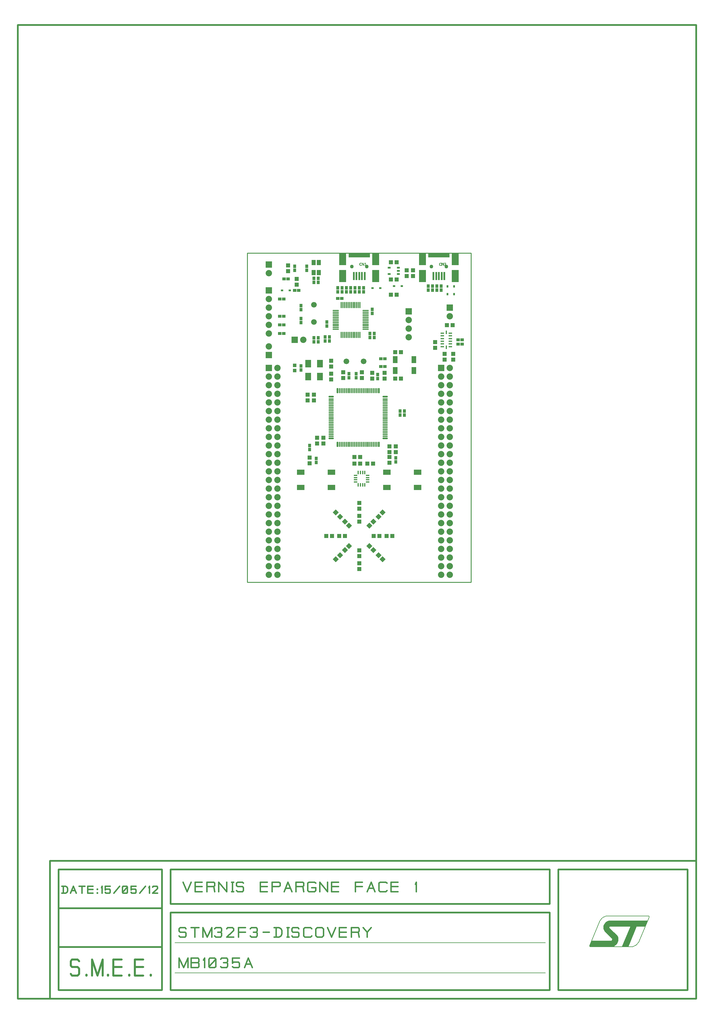
<source format=gbr>
G70*
%FSLAX55Y55*%
%ADD11C,0.01000*%
%ADD12C,0.00800*%
%ADD13C,0.02000*%
%ADD14R,0.05118X0.04724*%
%ADD15R,0.05512X0.08268*%
%ADD16R,0.03394X0.04094*%
%ADD17R,0.02756X0.02165*%
%ADD18O,0.07494X0.01406*%
%ADD19O,0.07494X0.01394*%
%ADD20O,0.01406X0.07494*%
%ADD21O,0.01394X0.07494*%
%ADD22R,0.07394X0.07394*%
%ADD23C,0.07394*%
%ADD24R,0.04724X0.05118*%
%ADD25R,0.04094X0.03394*%
%ADD26C,0.06594*%
%ADD27R,0.07394X0.07394*%
%ADD28R,0.06693X0.09055*%
%ADD29O,0.04134X0.01575*%
%ADD30O,0.01575X0.04134*%
%ADD31O,0.01994X0.06394*%
%ADD32O,0.01194X0.06394*%
%ADD33O,0.06394X0.01994*%
%ADD34O,0.06394X0.01194*%
%ADD35R,0.03394X0.01994*%
%ADD36R,0.02394X0.09449*%
%ADD37R,0.08268X0.14173*%
%ADD38R,0.24803X0.05118*%
%ADD39C,0.04331*%
%ADD40C,0.00197*%
%ADD41R,0.02165X0.02756*%
%ADD42R,0.08898X0.06378*%
%AMUSER43*
21, 1, 0.05118, 0.04724, 0.0, 0.0, 225.000*%
%ADD43USER43*%
%AMUSER44*
21, 1, 0.05118, 0.04724, 0.0, 0.0, 135.000*%
%ADD44USER44*%
%ADD45R,0.04394X0.03894*%
%ADD46R,0.04724X0.06299*%
%ADD47C,0.01500*%
%ADD48C,0.02480*%
%ADD49C,0.01575*%
D11*
X285882Y503057D02*
X545725Y503057D01*
X545725Y884947*
X285882Y884947*
X285882Y503057*
D12*
G36*
X685804Y86797D02*
X708758Y86807D01*
X709804Y88897*
X700804Y97897*
X699604Y100597*
X699604Y103897*
X699904Y105097*
X701104Y107197*
X702304Y108397*
X703804Y109297*
X705604Y109897*
X707704Y110197*
X750304Y110197*
X747904Y103897*
X747604Y103597*
X737704Y103597*
X728104Y80797*
X721204Y80797*
X730504Y102697*
X730504Y103597*
X706804Y103597*
X706204Y103297*
X705904Y102697*
X705904Y101797*
X706204Y101497*
X714904Y93097*
X715804Y91597*
X716104Y90097*
X716404Y89797*
X716404Y87097*
G75*
G02X711604Y80797I-08949J01839*
G01X683404Y80797*
X683404Y81397*
X685504Y86497*
X685804Y86797*
G37*
X708758Y86807*
X709804Y88897*
X700804Y97897*
X699604Y100597*
X699604Y103897*
X699904Y105097*
X701104Y107197*
X702304Y108397*
X703804Y109297*
X705604Y109897*
X707704Y110197*
X750304Y110197*
X747904Y103897*
X747604Y103597*
X737704Y103597*
X728104Y80797*
X721204Y80797*
X730504Y102697*
X730504Y103597*
X706804Y103597*
X706204Y103297*
X705904Y102697*
X705904Y101797*
X706204Y101497*
X714904Y93097*
X715804Y91597*
X716104Y90097*
X716404Y89797*
X716404Y87097*
G75*
G02X711604Y80797I-08949J01839*
G01X683404Y80797*
X683404Y81397*
X685504Y86497*
X685804Y86797*
X202051Y49689D02*
X632051Y49689D01*
D13*
X197051Y129689D02*
X637051Y129689D01*
X67050Y29689D02*
X187051Y29689D01*
D12*
X202051Y84689D02*
X632051Y84689D01*
D13*
X197051Y119689D02*
X637051Y119689D01*
D12*
X684004Y80197D02*
X683404Y80797D01*
X683404Y81397*
X695404Y110497*
G75*
G02X702004Y115597I08543J-04235*
G01X751804Y115597*
X752104Y115297*
X752104Y114097*
X740104Y85297*
G75*
G02X733504Y80197I-08825J04600*
G01X684004Y80197*
D13*
X637051Y129689D02*
X637051Y169689D01*
X57051Y179689D02*
X807051Y179689D01*
X67050Y124689D02*
X187051Y124689D01*
X67050Y169689D02*
X187051Y169689D01*
X197051Y169689D02*
X637051Y169689D01*
X197051Y29689D02*
X197051Y119689D01*
X197051Y129689D02*
X197051Y169689D01*
X67050Y29689D02*
X67050Y169689D01*
X637051Y29689D02*
X637051Y119689D01*
X647051Y169689D02*
X797051Y169689D01*
X647051Y29689D02*
X797051Y29689D01*
X19649Y19689D02*
X19649Y1149611D01*
X19649Y19689D02*
X807051Y19689D01*
X57051Y19689D02*
X57051Y179689D01*
X187051Y29689D02*
X187051Y169689D01*
X647051Y29689D02*
X647051Y169689D01*
X797051Y29689D02*
X797051Y169689D01*
X67050Y79689D02*
X187051Y79689D01*
X807051Y19689D02*
X807051Y1149611D01*
X197051Y29689D02*
X637051Y29689D01*
X19649Y1149611D02*
X807051Y1149611D01*
D14*
X514804Y761451D03*
X514804Y768144D03*
D15*
X457477Y748648D03*
X479130Y748648D03*
X479130Y761246D03*
X457477Y761246D03*
D16*
X395804Y844809D03*
X395804Y840085D03*
X348304Y809159D03*
X348304Y804435D03*
D14*
X524804Y761451D03*
X524804Y768144D03*
D17*
X326304Y841797D03*
X335304Y841797D03*
D18*
X388481Y818274D03*
D19*
X388481Y816305D03*
X388481Y814337D03*
X388481Y812368D03*
X388481Y810400D03*
X388481Y808431D03*
X388481Y806463D03*
X388481Y804494D03*
X388481Y802526D03*
X388481Y800557D03*
X388481Y798589D03*
D18*
X388481Y796620D03*
D20*
X394977Y790124D03*
D21*
X396945Y790124D03*
X398914Y790124D03*
X400882Y790124D03*
X402851Y790124D03*
X404819Y790124D03*
X406788Y790124D03*
X408756Y790124D03*
X410725Y790124D03*
X412693Y790124D03*
X414662Y790124D03*
D20*
X416630Y790124D03*
D18*
X423126Y796620D03*
D19*
X423126Y798589D03*
X423126Y800557D03*
X423126Y802526D03*
X423126Y804494D03*
X423126Y806463D03*
X423126Y808431D03*
X423126Y810400D03*
X423126Y812368D03*
X423126Y814337D03*
X423126Y816305D03*
D18*
X423127Y818274D03*
D20*
X416630Y824770D03*
D21*
X414662Y824770D03*
X412693Y824770D03*
X410725Y824770D03*
X408756Y824770D03*
X406788Y824770D03*
X404819Y824770D03*
X402851Y824770D03*
X400882Y824770D03*
X398914Y824770D03*
X396945Y824770D03*
D20*
X394977Y824770D03*
D22*
X310804Y841797D03*
D23*
X310804Y831797D03*
X310804Y821797D03*
X310804Y811797D03*
X310804Y801797D03*
X310804Y791797D03*
D14*
X445304Y746144D03*
X445304Y739451D03*
X503804Y774951D03*
X503804Y781644D03*
D16*
X365804Y646659D03*
X365804Y641935D03*
D14*
X355804Y720794D03*
X355804Y714101D03*
D16*
X348304Y819435D03*
X348304Y824159D03*
D24*
X416891Y640733D03*
X410198Y640733D03*
D25*
X395666Y832447D03*
X390941Y832447D03*
D14*
X358304Y640951D03*
X358304Y647644D03*
D26*
X363323Y804911D03*
X363323Y824911D03*
D25*
X323441Y801797D03*
X328166Y801797D03*
D22*
X310804Y871797D03*
D23*
X310804Y861797D03*
D16*
X420804Y844809D03*
X420804Y840085D03*
X390804Y844809D03*
X390804Y840085D03*
D24*
X416891Y648233D03*
X410198Y648233D03*
D16*
X415804Y844809D03*
X415804Y840085D03*
D25*
X323441Y811797D03*
X328166Y811797D03*
X535166Y779297D03*
X530441Y779297D03*
D16*
X430804Y819809D03*
X430804Y815085D03*
X458304Y642585D03*
X458304Y647309D03*
D27*
X340804Y784297D03*
D23*
X350804Y784297D03*
D24*
X457457Y769947D03*
X464150Y769947D03*
D25*
X323441Y831797D03*
X328166Y831797D03*
D14*
X430804Y739451D03*
X430804Y746144D03*
D28*
X370193Y756797D03*
X356414Y756797D03*
D16*
X405804Y844809D03*
X405804Y840085D03*
X410804Y844809D03*
X410804Y840085D03*
D25*
X440941Y762447D03*
X445666Y762447D03*
D16*
X400804Y844809D03*
X400804Y840085D03*
D25*
X323441Y791797D03*
X328166Y791797D03*
D14*
X450804Y660794D03*
X450804Y654101D03*
X333304Y864101D03*
X333304Y870794D03*
D25*
X328441Y854947D03*
X333166Y854947D03*
D16*
X348304Y754159D03*
X348304Y749435D03*
X358304Y656935D03*
X358304Y661659D03*
D14*
X363304Y720644D03*
X363304Y713951D03*
D29*
X521528Y776423D03*
X521528Y779573D03*
X521528Y782722D03*
X521528Y785872D03*
X521528Y789022D03*
X521528Y792171D03*
D30*
X516804Y792959D03*
D29*
X512079Y792171D03*
X512079Y789022D03*
X512079Y785872D03*
X512079Y782722D03*
X512079Y779573D03*
X512079Y776423D03*
D30*
X516804Y775636D03*
D25*
X340941Y841797D03*
X345666Y841797D03*
D14*
X450804Y648294D03*
X450804Y641601D03*
D22*
X310804Y751797D03*
D23*
X320804Y751797D03*
X310804Y741797D03*
X320804Y741797D03*
X310804Y731797D03*
X320804Y731797D03*
X310804Y721797D03*
X320804Y721797D03*
X310804Y711797D03*
X320804Y711797D03*
X310804Y701797D03*
X320804Y701797D03*
X310804Y691797D03*
X320804Y691797D03*
X310804Y681797D03*
X320804Y681797D03*
X310804Y671797D03*
X320804Y671797D03*
X310804Y661797D03*
X320804Y661797D03*
X310804Y651797D03*
X320804Y651797D03*
X310804Y641797D03*
X320804Y641797D03*
X310804Y631797D03*
X320804Y631797D03*
X310804Y621797D03*
X320804Y621797D03*
X310804Y611797D03*
X320804Y611797D03*
X310804Y601797D03*
X320804Y601797D03*
X310804Y591797D03*
X320804Y591797D03*
X310804Y581797D03*
X320804Y581797D03*
X310804Y571797D03*
X320804Y571797D03*
X310804Y561797D03*
X320804Y561797D03*
X310804Y551797D03*
X320804Y551797D03*
X310804Y541797D03*
X320804Y541797D03*
X310804Y531797D03*
X320804Y531797D03*
X310804Y521797D03*
X320804Y521797D03*
X310804Y511797D03*
X320804Y511797D03*
D14*
X383304Y760144D03*
X383304Y753451D03*
D22*
X473304Y817447D03*
D23*
X473304Y807447D03*
X473304Y797447D03*
X473304Y787447D03*
D22*
X310804Y766797D03*
D23*
X310804Y776797D03*
D24*
X517457Y801297D03*
X524150Y801297D03*
D14*
X383304Y745144D03*
X383304Y738451D03*
D29*
X411458Y627071D03*
X411458Y624512D03*
X411458Y621953D03*
X411458Y619394D03*
D30*
X414706Y616146D03*
X417265Y616146D03*
X419824Y616146D03*
X422383Y616146D03*
D29*
X425631Y619394D03*
X425631Y621953D03*
X425631Y624512D03*
X425631Y627071D03*
D30*
X422383Y630319D03*
X419824Y630319D03*
X417265Y630319D03*
X414706Y630319D03*
D16*
X340815Y865085D03*
X340815Y869809D03*
D22*
X510804Y751797D03*
D23*
X520804Y751797D03*
X510804Y741797D03*
X520804Y741797D03*
X510804Y731797D03*
X520804Y731797D03*
X510804Y721797D03*
X520804Y721797D03*
X510804Y711797D03*
X520804Y711797D03*
X510804Y701797D03*
X520804Y701797D03*
X510804Y691797D03*
X520804Y691797D03*
X510804Y681797D03*
X520804Y681797D03*
X510804Y671797D03*
X520804Y671797D03*
X510804Y661797D03*
X520804Y661797D03*
X510804Y651797D03*
X520804Y651797D03*
X510804Y641797D03*
X520804Y641797D03*
X510804Y631797D03*
X520804Y631797D03*
X510804Y621797D03*
X520804Y621797D03*
X510804Y611797D03*
X520804Y611797D03*
X510804Y601797D03*
X520804Y601797D03*
X510804Y591797D03*
X520804Y591797D03*
X510804Y581797D03*
X520804Y581797D03*
X510804Y571797D03*
X520804Y571797D03*
X510804Y561797D03*
X520804Y561797D03*
X510804Y551797D03*
X520804Y551797D03*
X510804Y541797D03*
X520804Y541797D03*
X510804Y531797D03*
X520804Y531797D03*
X510804Y521797D03*
X520804Y521797D03*
X510804Y511797D03*
X520804Y511797D03*
D31*
X438595Y725507D03*
D32*
X436233Y725507D03*
X434264Y725507D03*
X432296Y725507D03*
X430327Y725507D03*
X428359Y725507D03*
X426390Y725507D03*
X424421Y725507D03*
X422453Y725507D03*
X420484Y725507D03*
X418516Y725507D03*
X416547Y725507D03*
X414579Y725507D03*
X412610Y725507D03*
X410642Y725507D03*
X408673Y725507D03*
X406705Y725507D03*
X404736Y725507D03*
X402768Y725507D03*
X400799Y725507D03*
X398831Y725507D03*
X396862Y725507D03*
X394894Y725507D03*
X392925Y725507D03*
D31*
X390563Y725507D03*
D33*
X383280Y718223D03*
D34*
X383280Y715861D03*
X383280Y713893D03*
X383280Y711924D03*
X383280Y709956D03*
X383280Y707987D03*
X383280Y706019D03*
X383280Y704050D03*
X383280Y702081D03*
X383280Y700113D03*
X383280Y698144D03*
X383280Y696176D03*
X383280Y694207D03*
X383280Y692239D03*
X383280Y690270D03*
X383280Y688302D03*
X383280Y686333D03*
X383280Y684365D03*
X383280Y682396D03*
X383280Y680428D03*
X383280Y678459D03*
X383280Y676491D03*
X383280Y674522D03*
X383280Y672554D03*
D33*
X383280Y670192D03*
D31*
X390563Y662908D03*
D32*
X392925Y662908D03*
X394894Y662908D03*
X396862Y662908D03*
X398831Y662908D03*
X400799Y662908D03*
X402768Y662908D03*
X404736Y662908D03*
X406705Y662908D03*
X408673Y662908D03*
X410642Y662908D03*
X412610Y662908D03*
X414579Y662908D03*
X416547Y662908D03*
X418516Y662908D03*
X420484Y662908D03*
X422453Y662908D03*
X424421Y662908D03*
X426390Y662908D03*
X428359Y662908D03*
X430327Y662908D03*
X432296Y662908D03*
X434264Y662908D03*
X436233Y662908D03*
D31*
X438595Y662908D03*
D33*
X445878Y670192D03*
D34*
X445878Y672554D03*
X445878Y674522D03*
X445878Y676491D03*
X445878Y678459D03*
X445878Y680428D03*
X445878Y682396D03*
X445878Y684365D03*
X445878Y686333D03*
X445878Y688302D03*
X445878Y690270D03*
X445878Y692239D03*
X445878Y694207D03*
X445878Y696176D03*
X445878Y698144D03*
X445878Y700113D03*
X445878Y702081D03*
X445878Y704050D03*
X445878Y706019D03*
X445878Y707987D03*
X445878Y709956D03*
X445878Y711924D03*
X445878Y713893D03*
X445878Y715861D03*
D33*
X445878Y718223D03*
D22*
X520804Y821797D03*
D23*
X520804Y811797D03*
D24*
X452422Y836785D03*
X459115Y836785D03*
D35*
X461083Y860561D03*
X461083Y864301D03*
X461083Y868041D03*
X450453Y868041D03*
X450453Y860561D03*
D24*
X459115Y854285D03*
X452422Y854285D03*
D14*
X478304Y865144D03*
X478304Y858451D03*
D24*
X459115Y874317D03*
X452422Y874317D03*
D14*
X470792Y865144D03*
X470792Y858451D03*
D17*
X456276Y846774D03*
X465276Y846774D03*
D16*
X495804Y846659D03*
X495804Y841935D03*
X500804Y846659D03*
X500804Y841935D03*
X510804Y846659D03*
X510804Y841935D03*
X505804Y846659D03*
X505804Y841935D03*
D36*
X422092Y858470D03*
X418942Y858470D03*
X415792Y858470D03*
X412642Y858470D03*
X409492Y858470D03*
D37*
X396699Y858274D03*
X396699Y877959D03*
X434888Y858274D03*
X434888Y877959D03*
D38*
X415804Y882486D03*
D39*
X424442Y869297D03*
X407142Y869297D03*
D40*
G36*
X418344Y871092D02*
X418343Y871056D01*
X418341Y871024*
X418333Y870973*
X418317Y870934*
X418282Y870892*
X418245Y870860*
X418180Y870815*
X418152Y870798*
X418123Y870781*
X418092Y870764*
X418058Y870747*
X418022Y870731*
X417985Y870714*
X417955Y870702*
X417924Y870691*
X417893Y870680*
X417860Y870669*
X417826Y870659*
X417791Y870649*
X417755Y870640*
X417718Y870631*
X417687Y870625*
X417656Y870619*
X417625Y870614*
X417593Y870609*
X417560Y870606*
X417527Y870603*
X417493Y870600*
X417459Y870599*
X417424Y870598*
X417388Y870597*
X417360Y870597*
X417333Y870598*
X417305Y870599*
X417278Y870601*
X417251Y870602*
X417225Y870605*
X417198Y870608*
X417172Y870611*
X417146Y870614*
X417120Y870619*
X417095Y870623*
X417070Y870628*
X417045Y870633*
X417020Y870639*
X416995Y870645*
X416971Y870652*
X416947Y870659*
X416924Y870666*
X416900Y870674*
X416877Y870683*
X416854Y870691*
X416831Y870700*
X416805Y870712*
X416780Y870723*
X416754Y870736*
X416730Y870748*
X416705Y870762*
X416681Y870775*
X416658Y870790*
X416635Y870805*
X416612Y870820*
X416590Y870836*
X416568Y870853*
X416546Y870870*
X416525Y870888*
X416505Y870906*
X416484Y870925*
X416464Y870944*
X416445Y870964*
X416426Y870984*
X416407Y871005*
X416389Y871027*
X416371Y871049*
X416354Y871071*
X416337Y871094*
X416321Y871118*
X416305Y871142*
X416289Y871167*
X416274Y871192*
X416260Y871217*
X416246Y871244*
X416232Y871270*
X416219Y871298*
X416206Y871325*
X416193Y871354*
X416181Y871383*
X416170Y871412*
X416159Y871442*
X416148Y871472*
X416138Y871503*
X416129Y871531*
X416121Y871560*
X416113Y871590*
X416106Y871619*
X416098Y871649*
X416092Y871680*
X416086Y871711*
X416080Y871742*
X416074Y871773*
X416070Y871806*
X416065Y871838*
X416061Y871871*
X416057Y871904*
X416054Y871938*
X416051Y871972*
X416049Y872007*
X416047Y872041*
X416046Y872077*
X416045Y872113*
X416044Y872149*
X416044Y872177*
X416044Y872206*
X416045Y872234*
X416046Y872262*
X416047Y872289*
X416048Y872317*
X416049Y872344*
X416051Y872371*
X416053Y872397*
X416055Y872423*
X416057Y872449*
X416060Y872475*
X416063Y872501*
X416066Y872526*
X416069Y872551*
X416072Y872575*
X416076Y872599*
X416080Y872624*
X416084Y872647*
X416089Y872671*
X416093Y872694*
X416098Y872717*
X416103Y872740*
X416108Y872762*
X416114Y872784*
X416120Y872806*
X416126Y872828*
X416132Y872849*
X416138Y872870*
X416145Y872891*
X416154Y872918*
X416163Y872944*
X416173Y872970*
X416183Y872996*
X416193Y873021*
X416203Y873046*
X416214Y873071*
X416225Y873095*
X416237Y873119*
X416248Y873142*
X416260Y873166*
X416273Y873188*
X416286Y873211*
X416298Y873233*
X416312Y873255*
X416325Y873276*
X416339Y873297*
X416354Y873318*
X416368Y873338*
X416383Y873358*
X416398Y873378*
X416413Y873397*
X416429Y873416*
X416448Y873437*
X416467Y873458*
X416486Y873478*
X416505Y873498*
X416525Y873517*
X416546Y873536*
X416566Y873554*
X416587Y873572*
X416609Y873589*
X416630Y873605*
X416652Y873622*
X416675Y873637*
X416698Y873652*
X416721Y873667*
X416744Y873681*
X416768Y873695*
X416793Y873708*
X416817Y873720*
X416842Y873732*
X416868Y873744*
X416893Y873754*
X416919Y873764*
X416945Y873774*
X416971Y873783*
X416997Y873791*
X417024Y873799*
X417050Y873807*
X417077Y873814*
X417103Y873820*
X417130Y873826*
X417157Y873831*
X417184Y873836*
X417211Y873841*
X417238Y873845*
X417266Y873848*
X417293Y873851*
X417321Y873853*
X417349Y873855*
X417377Y873856*
X417405Y873857*
X417433Y873857*
X417463Y873857*
X417493Y873856*
X417523Y873854*
X417553Y873852*
X417582Y873850*
X417612Y873846*
X417641Y873843*
X417670Y873838*
X417701Y873832*
X417731Y873826*
X417760Y873820*
X417789Y873814*
X417816Y873807*
X417842Y873800*
X417868Y873794*
X417892Y873787*
X417915Y873780*
X417938Y873772*
X417969Y873762*
X417999Y873750*
X418028Y873739*
X418055Y873727*
X418082Y873714*
X418108Y873701*
X418133Y873687*
X418160Y873672*
X418184Y873657*
X418206Y873643*
X418224Y873631*
X418239Y873619*
X418252Y873608*
X418271Y873589*
X418285Y873573*
X418294Y873560*
X418310Y873519*
X418320Y873463*
X418323Y873428*
X418324Y873386*
X418323Y873354*
X418321Y873326*
X418319Y873302*
X418313Y873270*
X418304Y873243*
X418281Y873208*
X418247Y873197*
X418206Y873209*
X418151Y873244*
X418118Y873268*
X418081Y873293*
X418039Y873320*
X417993Y873347*
X417959Y873366*
X417923Y873384*
X417885Y873401*
X417845Y873418*
X417802Y873434*
X417757Y873450*
X417721Y873461*
X417684Y873471*
X417645Y873479*
X417604Y873485*
X417561Y873491*
X417517Y873494*
X417471Y873496*
X417423Y873497*
X417385Y873496*
X417348Y873494*
X417311Y873491*
X417275Y873486*
X417239Y873480*
X417204Y873472*
X417169Y873463*
X417136Y873452*
X417103Y873440*
X417070Y873427*
X417037Y873410*
X417004Y873392*
X416973Y873373*
X416942Y873353*
X416913Y873333*
X416885Y873311*
X416859Y873289*
X416833Y873265*
X416809Y873241*
X416785Y873216*
X416763Y873189*
X416742Y873162*
X416720Y873132*
X416699Y873100*
X416679Y873067*
X416660Y873033*
X416642Y872997*
X416624Y872961*
X416608Y872923*
X416592Y872884*
X416578Y872844*
X416564Y872803*
X416554Y872768*
X416545Y872732*
X416537Y872697*
X416529Y872661*
X416522Y872625*
X416515Y872589*
X416509Y872553*
X416504Y872516*
X416499Y872480*
X416495Y872443*
X416491Y872406*
X416489Y872369*
X416486Y872331*
X416485Y872293*
X416484Y872256*
X416484Y872217*
X416484Y872182*
X416485Y872147*
X416486Y872113*
X416487Y872079*
X416489Y872045*
X416492Y872012*
X416495Y871980*
X416498Y871948*
X416502Y871917*
X416506Y871886*
X416511Y871855*
X416516Y871825*
X416522Y871795*
X416528Y871766*
X416535Y871738*
X416542Y871710*
X416549Y871682*
X416559Y871647*
X416571Y871612*
X416582Y871579*
X416595Y871546*
X416608Y871515*
X416622Y871484*
X416636Y871454*
X416651Y871425*
X416667Y871397*
X416683Y871370*
X416700Y871343*
X416718Y871318*
X416737Y871293*
X416762Y871263*
X416788Y871234*
X416815Y871206*
X416843Y871181*
X416873Y871156*
X416903Y871133*
X416935Y871112*
X416968Y871092*
X417002Y871074*
X417037Y871057*
X417073Y871042*
X417110Y871028*
X417148Y871016*
X417187Y871006*
X417227Y870997*
X417267Y870990*
X417309Y870984*
X417352Y870980*
X417395Y870978*
X417440Y870977*
X417477Y870978*
X417514Y870979*
X417549Y870981*
X417584Y870985*
X417618Y870989*
X417651Y870994*
X417682Y871000*
X417713Y871007*
X417743Y871015*
X417772Y871024*
X417807Y871035*
X417840Y871047*
X417873Y871060*
X417903Y871073*
X417933Y871086*
X417961Y871099*
X417988Y871113*
X418014Y871127*
X418042Y871143*
X418068Y871159*
X418093Y871174*
X418117Y871189*
X418139Y871203*
X418159Y871217*
X418178Y871231*
X418199Y871245*
X418218Y871257*
X418236Y871266*
X418252Y871272*
X418266Y871276*
X418279Y871277*
X418309Y871270*
X418329Y871242*
X418340Y871185*
X418343Y871143*
X418344Y871092*
G37*
X418343Y871056*
X418341Y871024*
X418333Y870973*
X418317Y870934*
X418282Y870892*
X418245Y870860*
X418180Y870815*
X418152Y870798*
X418123Y870781*
X418092Y870764*
X418058Y870747*
X418022Y870731*
X417985Y870714*
X417955Y870702*
X417924Y870691*
X417893Y870680*
X417860Y870669*
X417826Y870659*
X417791Y870649*
X417755Y870640*
X417718Y870631*
X417687Y870625*
X417656Y870619*
X417625Y870614*
X417593Y870609*
X417560Y870606*
X417527Y870603*
X417493Y870600*
X417459Y870599*
X417424Y870598*
X417388Y870597*
X417360Y870597*
X417333Y870598*
X417305Y870599*
X417278Y870601*
X417251Y870602*
X417225Y870605*
X417198Y870608*
X417172Y870611*
X417146Y870614*
X417120Y870619*
X417095Y870623*
X417070Y870628*
X417045Y870633*
X417020Y870639*
X416995Y870645*
X416971Y870652*
X416947Y870659*
X416924Y870666*
X416900Y870674*
X416877Y870683*
X416854Y870691*
X416831Y870700*
X416805Y870712*
X416780Y870723*
X416754Y870736*
X416730Y870748*
X416705Y870762*
X416681Y870775*
X416658Y870790*
X416635Y870805*
X416612Y870820*
X416590Y870836*
X416568Y870853*
X416546Y870870*
X416525Y870888*
X416505Y870906*
X416484Y870925*
X416464Y870944*
X416445Y870964*
X416426Y870984*
X416407Y871005*
X416389Y871027*
X416371Y871049*
X416354Y871071*
X416337Y871094*
X416321Y871118*
X416305Y871142*
X416289Y871167*
X416274Y871192*
X416260Y871217*
X416246Y871244*
X416232Y871270*
X416219Y871298*
X416206Y871325*
X416193Y871354*
X416181Y871383*
X416170Y871412*
X416159Y871442*
X416148Y871472*
X416138Y871503*
X416129Y871531*
X416121Y871560*
X416113Y871590*
X416106Y871619*
X416098Y871649*
X416092Y871680*
X416086Y871711*
X416080Y871742*
X416074Y871773*
X416070Y871806*
X416065Y871838*
X416061Y871871*
X416057Y871904*
X416054Y871938*
X416051Y871972*
X416049Y872007*
X416047Y872041*
X416046Y872077*
X416045Y872113*
X416044Y872149*
X416044Y872177*
X416044Y872206*
X416045Y872234*
X416046Y872262*
X416047Y872289*
X416048Y872317*
X416049Y872344*
X416051Y872371*
X416053Y872397*
X416055Y872423*
X416057Y872449*
X416060Y872475*
X416063Y872501*
X416066Y872526*
X416069Y872551*
X416072Y872575*
X416076Y872599*
X416080Y872624*
X416084Y872647*
X416089Y872671*
X416093Y872694*
X416098Y872717*
X416103Y872740*
X416108Y872762*
X416114Y872784*
X416120Y872806*
X416126Y872828*
X416132Y872849*
X416138Y872870*
X416145Y872891*
X416154Y872918*
X416163Y872944*
X416173Y872970*
X416183Y872996*
X416193Y873021*
X416203Y873046*
X416214Y873071*
X416225Y873095*
X416237Y873119*
X416248Y873142*
X416260Y873166*
X416273Y873188*
X416286Y873211*
X416298Y873233*
X416312Y873255*
X416325Y873276*
X416339Y873297*
X416354Y873318*
X416368Y873338*
X416383Y873358*
X416398Y873378*
X416413Y873397*
X416429Y873416*
X416448Y873437*
X416467Y873458*
X416486Y873478*
X416505Y873498*
X416525Y873517*
X416546Y873536*
X416566Y873554*
X416587Y873572*
X416609Y873589*
X416630Y873605*
X416652Y873622*
X416675Y873637*
X416698Y873652*
X416721Y873667*
X416744Y873681*
X416768Y873695*
X416793Y873708*
X416817Y873720*
X416842Y873732*
X416868Y873744*
X416893Y873754*
X416919Y873764*
X416945Y873774*
X416971Y873783*
X416997Y873791*
X417024Y873799*
X417050Y873807*
X417077Y873814*
X417103Y873820*
X417130Y873826*
X417157Y873831*
X417184Y873836*
X417211Y873841*
X417238Y873845*
X417266Y873848*
X417293Y873851*
X417321Y873853*
X417349Y873855*
X417377Y873856*
X417405Y873857*
X417433Y873857*
X417463Y873857*
X417493Y873856*
X417523Y873854*
X417553Y873852*
X417582Y873850*
X417612Y873846*
X417641Y873843*
X417670Y873838*
X417701Y873832*
X417731Y873826*
X417760Y873820*
X417789Y873814*
X417816Y873807*
X417842Y873800*
X417868Y873794*
X417892Y873787*
X417915Y873780*
X417938Y873772*
X417969Y873762*
X417999Y873750*
X418028Y873739*
X418055Y873727*
X418082Y873714*
X418108Y873701*
X418133Y873687*
X418160Y873672*
X418184Y873657*
X418206Y873643*
X418224Y873631*
X418239Y873619*
X418252Y873608*
X418271Y873589*
X418285Y873573*
X418294Y873560*
X418310Y873519*
X418320Y873463*
X418323Y873428*
X418324Y873386*
X418323Y873354*
X418321Y873326*
X418319Y873302*
X418313Y873270*
X418304Y873243*
X418281Y873208*
X418247Y873197*
X418206Y873209*
X418151Y873244*
X418118Y873268*
X418081Y873293*
X418039Y873320*
X417993Y873347*
X417959Y873366*
X417923Y873384*
X417885Y873401*
X417845Y873418*
X417802Y873434*
X417757Y873450*
X417721Y873461*
X417684Y873471*
X417645Y873479*
X417604Y873485*
X417561Y873491*
X417517Y873494*
X417471Y873496*
X417423Y873497*
X417385Y873496*
X417348Y873494*
X417311Y873491*
X417275Y873486*
X417239Y873480*
X417204Y873472*
X417169Y873463*
X417136Y873452*
X417103Y873440*
X417070Y873427*
X417037Y873410*
X417004Y873392*
X416973Y873373*
X416942Y873353*
X416913Y873333*
X416885Y873311*
X416859Y873289*
X416833Y873265*
X416809Y873241*
X416785Y873216*
X416763Y873189*
X416742Y873162*
X416720Y873132*
X416699Y873100*
X416679Y873067*
X416660Y873033*
X416642Y872997*
X416624Y872961*
X416608Y872923*
X416592Y872884*
X416578Y872844*
X416564Y872803*
X416554Y872768*
X416545Y872732*
X416537Y872697*
X416529Y872661*
X416522Y872625*
X416515Y872589*
X416509Y872553*
X416504Y872516*
X416499Y872480*
X416495Y872443*
X416491Y872406*
X416489Y872369*
X416486Y872331*
X416485Y872293*
X416484Y872256*
X416484Y872217*
X416484Y872182*
X416485Y872147*
X416486Y872113*
X416487Y872079*
X416489Y872045*
X416492Y872012*
X416495Y871980*
X416498Y871948*
X416502Y871917*
X416506Y871886*
X416511Y871855*
X416516Y871825*
X416522Y871795*
X416528Y871766*
X416535Y871738*
X416542Y871710*
X416549Y871682*
X416559Y871647*
X416571Y871612*
X416582Y871579*
X416595Y871546*
X416608Y871515*
X416622Y871484*
X416636Y871454*
X416651Y871425*
X416667Y871397*
X416683Y871370*
X416700Y871343*
X416718Y871318*
X416737Y871293*
X416762Y871263*
X416788Y871234*
X416815Y871206*
X416843Y871181*
X416873Y871156*
X416903Y871133*
X416935Y871112*
X416968Y871092*
X417002Y871074*
X417037Y871057*
X417073Y871042*
X417110Y871028*
X417148Y871016*
X417187Y871006*
X417227Y870997*
X417267Y870990*
X417309Y870984*
X417352Y870980*
X417395Y870978*
X417440Y870977*
X417477Y870978*
X417514Y870979*
X417549Y870981*
X417584Y870985*
X417618Y870989*
X417651Y870994*
X417682Y871000*
X417713Y871007*
X417743Y871015*
X417772Y871024*
X417807Y871035*
X417840Y871047*
X417873Y871060*
X417903Y871073*
X417933Y871086*
X417961Y871099*
X417988Y871113*
X418014Y871127*
X418042Y871143*
X418068Y871159*
X418093Y871174*
X418117Y871189*
X418139Y871203*
X418159Y871217*
X418178Y871231*
X418199Y871245*
X418218Y871257*
X418236Y871266*
X418252Y871272*
X418266Y871276*
X418279Y871277*
X418309Y871270*
X418329Y871242*
X418340Y871185*
X418343Y871143*
X418344Y871092*
G36*
X421304Y870818D02*
X421302Y870787D01*
X421296Y870760*
X421287Y870735*
X421268Y870704*
X421244Y870679*
X421216Y870660*
X421185Y870647*
X421152Y870640*
X421119Y870637*
X420980Y870637*
X420948Y870638*
X420918Y870640*
X420890Y870644*
X420865Y870650*
X420832Y870661*
X420801Y870676*
X420771Y870696*
X420742Y870721*
X420712Y870752*
X420683Y870788*
X420660Y870820*
X420637Y870856*
X420613Y870897*
X420589Y870942*
X419620Y872754*
X419605Y872782*
X419590Y872811*
X419575Y872839*
X419559Y872868*
X419544Y872898*
X419529Y872927*
X419513Y872957*
X419498Y872987*
X419483Y873017*
X419467Y873048*
X419453Y873076*
X419440Y873104*
X419426Y873131*
X419413Y873159*
X419399Y873186*
X419386Y873213*
X419373Y873240*
X419361Y873267*
X419348Y873294*
X419336Y873321*
X419319Y873347*
X419320Y873315*
X419320Y873282*
X419321Y873250*
X419322Y873217*
X419322Y873185*
X419323Y873152*
X419323Y873119*
X419323Y873085*
X419324Y873052*
X419324Y873019*
X419324Y872985*
X419324Y872952*
X419324Y872920*
X419324Y872888*
X419324Y872856*
X419324Y872825*
X419324Y872794*
X419324Y872764*
X419324Y872734*
X419324Y872704*
X419324Y872675*
X419324Y872647*
X419324Y872618*
X419324Y870696*
X419313Y870663*
X419278Y870638*
X419214Y870623*
X419169Y870619*
X419112Y870617*
X419083Y870618*
X419056Y870619*
X419032Y870621*
X419011Y870623*
X418975Y870630*
X418947Y870638*
X418914Y870663*
X418904Y870696*
X418904Y873635*
X418905Y873659*
X418907Y873681*
X418912Y873701*
X418918Y873719*
X418926Y873736*
X418935Y873751*
X418946Y873764*
X418960Y873775*
X418982Y873790*
X419006Y873802*
X419030Y873810*
X419055Y873815*
X419081Y873817*
X419290Y873817*
X419318Y873817*
X419345Y873815*
X419370Y873813*
X419392Y873809*
X419413Y873805*
X419445Y873795*
X419475Y873781*
X419502Y873764*
X419528Y873743*
X419553Y873717*
X419578Y873685*
X419597Y873659*
X419616Y873629*
X419636Y873595*
X419656Y873559*
X420400Y872161*
X420415Y872132*
X420430Y872104*
X420445Y872076*
X420460Y872048*
X420475Y872020*
X420489Y871993*
X420504Y871965*
X420518Y871938*
X420534Y871908*
X420549Y871879*
X420564Y871851*
X420578Y871823*
X420592Y871796*
X420606Y871770*
X420619Y871744*
X420632Y871719*
X420644Y871694*
X420656Y871671*
X420671Y871641*
X420686Y871612*
X420700Y871582*
X420715Y871553*
X420730Y871524*
X420744Y871495*
X420759Y871467*
X420773Y871438*
X420788Y871409*
X420802Y871381*
X420817Y871352*
X420831Y871323*
X420846Y871294*
X420860Y871266*
X420874Y871237*
X420888Y871208*
X420891Y871208*
X420890Y871240*
X420889Y871273*
X420889Y871306*
X420888Y871339*
X420888Y871372*
X420887Y871406*
X420887Y871440*
X420886Y871474*
X420886Y871508*
X420885Y871542*
X420885Y871577*
X420885Y871612*
X420885Y871644*
X420885Y871676*
X420884Y871708*
X420884Y871739*
X420884Y871771*
X420884Y871802*
X420884Y871833*
X420884Y871864*
X420884Y871895*
X420884Y871925*
X420884Y871955*
X420884Y871985*
X420884Y872015*
X420884Y873739*
X420894Y873771*
X420929Y873796*
X420993Y873812*
X421039Y873816*
X421097Y873817*
X421134Y873817*
X421166Y873815*
X421196Y873812*
X421232Y873806*
X421260Y873796*
X421293Y873771*
X421304Y873739*
X421304Y870818*
G37*
X421302Y870787*
X421296Y870760*
X421287Y870735*
X421268Y870704*
X421244Y870679*
X421216Y870660*
X421185Y870647*
X421152Y870640*
X421119Y870637*
X420980Y870637*
X420948Y870638*
X420918Y870640*
X420890Y870644*
X420865Y870650*
X420832Y870661*
X420801Y870676*
X420771Y870696*
X420742Y870721*
X420712Y870752*
X420683Y870788*
X420660Y870820*
X420637Y870856*
X420613Y870897*
X420589Y870942*
X419620Y872754*
X419605Y872782*
X419590Y872811*
X419575Y872839*
X419559Y872868*
X419544Y872898*
X419529Y872927*
X419513Y872957*
X419498Y872987*
X419483Y873017*
X419467Y873048*
X419453Y873076*
X419440Y873104*
X419426Y873131*
X419413Y873159*
X419399Y873186*
X419386Y873213*
X419373Y873240*
X419361Y873267*
X419348Y873294*
X419336Y873321*
X419319Y873347*
X419320Y873315*
X419320Y873282*
X419321Y873250*
X419322Y873217*
X419322Y873185*
X419323Y873152*
X419323Y873119*
X419323Y873085*
X419324Y873052*
X419324Y873019*
X419324Y872985*
X419324Y872952*
X419324Y872920*
X419324Y872888*
X419324Y872856*
X419324Y872825*
X419324Y872794*
X419324Y872764*
X419324Y872734*
X419324Y872704*
X419324Y872675*
X419324Y872647*
X419324Y872618*
X419324Y870696*
X419313Y870663*
X419278Y870638*
X419214Y870623*
X419169Y870619*
X419112Y870617*
X419083Y870618*
X419056Y870619*
X419032Y870621*
X419011Y870623*
X418975Y870630*
X418947Y870638*
X418914Y870663*
X418904Y870696*
X418904Y873635*
X418905Y873659*
X418907Y873681*
X418912Y873701*
X418918Y873719*
X418926Y873736*
X418935Y873751*
X418946Y873764*
X418960Y873775*
X418982Y873790*
X419006Y873802*
X419030Y873810*
X419055Y873815*
X419081Y873817*
X419290Y873817*
X419318Y873817*
X419345Y873815*
X419370Y873813*
X419392Y873809*
X419413Y873805*
X419445Y873795*
X419475Y873781*
X419502Y873764*
X419528Y873743*
X419553Y873717*
X419578Y873685*
X419597Y873659*
X419616Y873629*
X419636Y873595*
X419656Y873559*
X420400Y872161*
X420415Y872132*
X420430Y872104*
X420445Y872076*
X420460Y872048*
X420475Y872020*
X420489Y871993*
X420504Y871965*
X420518Y871938*
X420534Y871908*
X420549Y871879*
X420564Y871851*
X420578Y871823*
X420592Y871796*
X420606Y871770*
X420619Y871744*
X420632Y871719*
X420644Y871694*
X420656Y871671*
X420671Y871641*
X420686Y871612*
X420700Y871582*
X420715Y871553*
X420730Y871524*
X420744Y871495*
X420759Y871467*
X420773Y871438*
X420788Y871409*
X420802Y871381*
X420817Y871352*
X420831Y871323*
X420846Y871294*
X420860Y871266*
X420874Y871237*
X420888Y871208*
X420891Y871208*
X420890Y871240*
X420889Y871273*
X420889Y871306*
X420888Y871339*
X420888Y871372*
X420887Y871406*
X420887Y871440*
X420886Y871474*
X420886Y871508*
X420885Y871542*
X420885Y871577*
X420885Y871612*
X420885Y871644*
X420885Y871676*
X420884Y871708*
X420884Y871739*
X420884Y871771*
X420884Y871802*
X420884Y871833*
X420884Y871864*
X420884Y871895*
X420884Y871925*
X420884Y871955*
X420884Y871985*
X420884Y872015*
X420884Y873739*
X420894Y873771*
X420929Y873796*
X420993Y873812*
X421039Y873816*
X421097Y873817*
X421134Y873817*
X421166Y873815*
X421196Y873812*
X421232Y873806*
X421260Y873796*
X421293Y873771*
X421304Y873739*
X421304Y870818*
G36*
X423984Y870805D02*
X423983Y870775D01*
X423980Y870749*
X423976Y870726*
X423968Y870697*
X423957Y870674*
X423928Y870646*
X423895Y870637*
X422232Y870637*
X422200Y870646*
X422172Y870674*
X422151Y870726*
X422146Y870761*
X422144Y870805*
X422144Y870833*
X422147Y870858*
X422151Y870881*
X422160Y870910*
X422170Y870934*
X422197Y870966*
X422233Y870977*
X422904Y870977*
X422904Y873397*
X422293Y873037*
X422264Y873023*
X422239Y873013*
X422218Y873008*
X422193Y873008*
X422173Y873019*
X422150Y873071*
X422145Y873112*
X422144Y873163*
X422145Y873201*
X422147Y873233*
X422152Y873260*
X422158Y873282*
X422179Y873316*
X422215Y873345*
X422943Y873808*
X422967Y873820*
X423004Y873830*
X423055Y873836*
X423128Y873837*
X423165Y873837*
X423198Y873835*
X423226Y873832*
X423261Y873826*
X423287Y873819*
X423316Y873797*
X423324Y873768*
X423324Y870977*
X423896Y870977*
X423932Y870966*
X423960Y870934*
X423978Y870881*
X423982Y870846*
X423984Y870805*
G37*
X423983Y870775*
X423980Y870749*
X423976Y870726*
X423968Y870697*
X423957Y870674*
X423928Y870646*
X423895Y870637*
X422232Y870637*
X422200Y870646*
X422172Y870674*
X422151Y870726*
X422146Y870761*
X422144Y870805*
X422144Y870833*
X422147Y870858*
X422151Y870881*
X422160Y870910*
X422170Y870934*
X422197Y870966*
X422233Y870977*
X422904Y870977*
X422904Y873397*
X422293Y873037*
X422264Y873023*
X422239Y873013*
X422218Y873008*
X422193Y873008*
X422173Y873019*
X422150Y873071*
X422145Y873112*
X422144Y873163*
X422145Y873201*
X422147Y873233*
X422152Y873260*
X422158Y873282*
X422179Y873316*
X422215Y873345*
X422943Y873808*
X422967Y873820*
X423004Y873830*
X423055Y873836*
X423128Y873837*
X423165Y873837*
X423198Y873835*
X423226Y873832*
X423261Y873826*
X423287Y873819*
X423316Y873797*
X423324Y873768*
X423324Y870977*
X423896Y870977*
X423932Y870966*
X423960Y870934*
X423978Y870881*
X423982Y870846*
X423984Y870805*
D41*
X518304Y846297D03*
X518304Y837297D03*
D17*
X431304Y844297D03*
X440304Y844297D03*
D41*
X525804Y837297D03*
X525804Y846297D03*
D42*
X447890Y630655D03*
X483717Y630655D03*
X447890Y612939D03*
X483717Y612939D03*
X383717Y612939D03*
X347890Y612939D03*
X383717Y630655D03*
X347890Y630655D03*
D14*
X374304Y670644D03*
X374304Y663951D03*
D24*
X457457Y739297D03*
X464150Y739297D03*
D26*
X400767Y759277D03*
X420767Y759277D03*
D24*
X431891Y640733D03*
X425198Y640733D03*
D25*
X440941Y753297D03*
X445666Y753297D03*
D16*
X368304Y781935D03*
X368304Y786659D03*
D14*
X366804Y670644D03*
X366804Y663951D03*
X343304Y855144D03*
X343304Y848451D03*
D16*
X363304Y786659D03*
X363304Y781935D03*
X468304Y701659D03*
X468304Y696935D03*
D28*
X370193Y741797D03*
X356414Y741797D03*
D16*
X463304Y701659D03*
X463304Y696935D03*
X428304Y791659D03*
X428304Y786935D03*
D14*
X418804Y739951D03*
X418804Y746644D03*
D25*
X535166Y784297D03*
X530441Y784297D03*
D14*
X458304Y660644D03*
X458304Y653951D03*
D16*
X433304Y791659D03*
X433304Y786935D03*
X363304Y850935D03*
X363304Y855659D03*
X354804Y869659D03*
X354804Y864935D03*
X412304Y740435D03*
X412304Y745159D03*
X403804Y740435D03*
X403804Y745159D03*
X437304Y739435D03*
X437304Y744159D03*
X368308Y850911D03*
X368308Y855636D03*
X376304Y782935D03*
X376304Y787659D03*
X378304Y805159D03*
X378304Y800435D03*
D14*
X397304Y739951D03*
X397304Y746644D03*
D16*
X381304Y782935D03*
X381304Y787659D03*
D43*
X432312Y540289D03*
X427579Y545021D03*
D14*
X415804Y533451D03*
X415804Y540144D03*
D44*
X399295Y540289D03*
X404028Y545021D03*
D24*
X439150Y556797D03*
X432457Y556797D03*
X447457Y556797D03*
X454150Y556797D03*
D43*
X399295Y573306D03*
X404028Y568573D03*
D24*
X392457Y556797D03*
X399150Y556797D03*
D14*
X415804Y525144D03*
X415804Y518451D03*
D24*
X384150Y556797D03*
X377457Y556797D03*
D44*
X393421Y534415D03*
X388689Y529682D03*
D43*
X393421Y579180D03*
X388689Y583912D03*
X438186Y534415D03*
X442919Y529682D03*
D44*
X432312Y573306D03*
X427579Y568573D03*
X438186Y579180D03*
X442919Y583912D03*
D14*
X415804Y580144D03*
X415804Y573451D03*
X415804Y588451D03*
X415804Y595144D03*
D45*
X340804Y754797D03*
X340804Y748797D03*
D46*
X368756Y874203D03*
X368756Y862392D03*
X362851Y862392D03*
X362851Y874203D03*
D36*
X514592Y858470D03*
X511442Y858470D03*
X508292Y858470D03*
X505142Y858470D03*
X501992Y858470D03*
D37*
X489199Y858274D03*
X489199Y877959D03*
X527388Y858274D03*
X527388Y877959D03*
D38*
X508304Y882486D03*
D39*
X516942Y869297D03*
X499642Y869297D03*
D40*
G36*
X510844Y871092D02*
X510843Y871056D01*
X510841Y871024*
X510833Y870973*
X510817Y870934*
X510782Y870892*
X510745Y870860*
X510680Y870815*
X510652Y870798*
X510623Y870781*
X510592Y870764*
X510558Y870747*
X510522Y870731*
X510485Y870714*
X510455Y870702*
X510424Y870691*
X510393Y870680*
X510360Y870669*
X510326Y870659*
X510291Y870649*
X510255Y870640*
X510218Y870631*
X510187Y870625*
X510156Y870619*
X510125Y870614*
X510093Y870609*
X510060Y870606*
X510027Y870603*
X509993Y870600*
X509959Y870599*
X509924Y870598*
X509888Y870597*
X509860Y870597*
X509833Y870598*
X509805Y870599*
X509778Y870601*
X509751Y870602*
X509725Y870605*
X509698Y870608*
X509672Y870611*
X509646Y870614*
X509620Y870619*
X509595Y870623*
X509570Y870628*
X509545Y870633*
X509520Y870639*
X509495Y870645*
X509471Y870652*
X509447Y870659*
X509424Y870666*
X509400Y870674*
X509377Y870683*
X509354Y870691*
X509331Y870700*
X509305Y870712*
X509280Y870723*
X509254Y870736*
X509230Y870748*
X509205Y870762*
X509181Y870775*
X509158Y870790*
X509135Y870805*
X509112Y870820*
X509090Y870836*
X509068Y870853*
X509046Y870870*
X509025Y870888*
X509005Y870906*
X508984Y870925*
X508964Y870944*
X508945Y870964*
X508926Y870984*
X508907Y871005*
X508889Y871027*
X508871Y871049*
X508854Y871071*
X508837Y871094*
X508821Y871118*
X508805Y871142*
X508789Y871167*
X508774Y871192*
X508760Y871217*
X508746Y871244*
X508732Y871270*
X508719Y871298*
X508706Y871325*
X508693Y871354*
X508681Y871383*
X508670Y871412*
X508659Y871442*
X508648Y871472*
X508638Y871503*
X508629Y871531*
X508621Y871560*
X508613Y871590*
X508606Y871619*
X508598Y871649*
X508592Y871680*
X508586Y871711*
X508580Y871742*
X508574Y871773*
X508570Y871806*
X508565Y871838*
X508561Y871871*
X508557Y871904*
X508554Y871938*
X508551Y871972*
X508549Y872007*
X508547Y872041*
X508546Y872077*
X508545Y872113*
X508544Y872149*
X508544Y872177*
X508544Y872206*
X508545Y872234*
X508546Y872262*
X508547Y872289*
X508548Y872317*
X508549Y872344*
X508551Y872371*
X508553Y872397*
X508555Y872423*
X508557Y872449*
X508560Y872475*
X508563Y872501*
X508566Y872526*
X508569Y872551*
X508572Y872575*
X508576Y872599*
X508580Y872624*
X508584Y872647*
X508589Y872671*
X508593Y872694*
X508598Y872717*
X508603Y872740*
X508608Y872762*
X508614Y872784*
X508620Y872806*
X508626Y872828*
X508632Y872849*
X508638Y872870*
X508645Y872891*
X508654Y872918*
X508663Y872944*
X508673Y872970*
X508683Y872996*
X508693Y873021*
X508703Y873046*
X508714Y873071*
X508725Y873095*
X508737Y873119*
X508748Y873142*
X508760Y873166*
X508773Y873188*
X508786Y873211*
X508798Y873233*
X508812Y873255*
X508825Y873276*
X508839Y873297*
X508854Y873318*
X508868Y873338*
X508883Y873358*
X508898Y873378*
X508913Y873397*
X508929Y873416*
X508948Y873437*
X508967Y873458*
X508986Y873478*
X509005Y873498*
X509025Y873517*
X509046Y873536*
X509066Y873554*
X509087Y873572*
X509109Y873589*
X509130Y873605*
X509152Y873622*
X509175Y873637*
X509198Y873652*
X509221Y873667*
X509244Y873681*
X509268Y873695*
X509293Y873708*
X509317Y873720*
X509342Y873732*
X509368Y873744*
X509393Y873754*
X509419Y873764*
X509445Y873774*
X509471Y873783*
X509497Y873791*
X509524Y873799*
X509550Y873807*
X509577Y873814*
X509603Y873820*
X509630Y873826*
X509657Y873831*
X509684Y873836*
X509711Y873841*
X509738Y873845*
X509766Y873848*
X509793Y873851*
X509821Y873853*
X509849Y873855*
X509877Y873856*
X509905Y873857*
X509933Y873857*
X509963Y873857*
X509993Y873856*
X510023Y873854*
X510053Y873852*
X510082Y873850*
X510112Y873846*
X510141Y873843*
X510170Y873838*
X510201Y873832*
X510231Y873826*
X510260Y873820*
X510289Y873814*
X510316Y873807*
X510342Y873800*
X510368Y873794*
X510392Y873787*
X510415Y873780*
X510438Y873772*
X510469Y873762*
X510499Y873750*
X510528Y873739*
X510555Y873727*
X510582Y873714*
X510608Y873701*
X510633Y873687*
X510660Y873672*
X510684Y873657*
X510706Y873643*
X510724Y873631*
X510739Y873619*
X510752Y873608*
X510771Y873589*
X510785Y873573*
X510794Y873560*
X510810Y873519*
X510820Y873463*
X510823Y873428*
X510824Y873386*
X510823Y873354*
X510821Y873326*
X510819Y873302*
X510813Y873270*
X510804Y873243*
X510781Y873208*
X510747Y873197*
X510706Y873209*
X510651Y873244*
X510618Y873268*
X510581Y873293*
X510539Y873320*
X510493Y873347*
X510459Y873366*
X510423Y873384*
X510385Y873401*
X510345Y873418*
X510302Y873434*
X510257Y873450*
X510221Y873461*
X510184Y873471*
X510145Y873479*
X510104Y873485*
X510061Y873491*
X510017Y873494*
X509971Y873496*
X509923Y873497*
X509885Y873496*
X509848Y873494*
X509811Y873491*
X509775Y873486*
X509739Y873480*
X509704Y873472*
X509669Y873463*
X509636Y873452*
X509603Y873440*
X509570Y873427*
X509537Y873410*
X509504Y873392*
X509473Y873373*
X509442Y873353*
X509413Y873333*
X509385Y873311*
X509359Y873289*
X509333Y873265*
X509309Y873241*
X509285Y873216*
X509263Y873189*
X509242Y873162*
X509220Y873132*
X509199Y873100*
X509179Y873067*
X509160Y873033*
X509142Y872997*
X509124Y872961*
X509108Y872923*
X509092Y872884*
X509078Y872844*
X509064Y872803*
X509054Y872768*
X509045Y872732*
X509037Y872697*
X509029Y872661*
X509022Y872625*
X509015Y872589*
X509009Y872553*
X509004Y872516*
X508999Y872480*
X508995Y872443*
X508991Y872406*
X508989Y872369*
X508986Y872331*
X508985Y872293*
X508984Y872256*
X508984Y872217*
X508984Y872182*
X508985Y872147*
X508986Y872113*
X508987Y872079*
X508989Y872045*
X508992Y872012*
X508995Y871980*
X508998Y871948*
X509002Y871917*
X509006Y871886*
X509011Y871855*
X509016Y871825*
X509022Y871795*
X509028Y871766*
X509035Y871738*
X509042Y871710*
X509049Y871682*
X509059Y871647*
X509071Y871612*
X509082Y871579*
X509095Y871546*
X509108Y871515*
X509122Y871484*
X509136Y871454*
X509151Y871425*
X509167Y871397*
X509183Y871370*
X509200Y871343*
X509218Y871318*
X509237Y871293*
X509262Y871263*
X509288Y871234*
X509315Y871206*
X509343Y871181*
X509373Y871156*
X509403Y871133*
X509435Y871112*
X509468Y871092*
X509502Y871074*
X509537Y871057*
X509573Y871042*
X509610Y871028*
X509648Y871016*
X509687Y871006*
X509727Y870997*
X509767Y870990*
X509809Y870984*
X509852Y870980*
X509895Y870978*
X509940Y870977*
X509977Y870978*
X510014Y870979*
X510049Y870981*
X510084Y870985*
X510118Y870989*
X510151Y870994*
X510182Y871000*
X510213Y871007*
X510243Y871015*
X510272Y871024*
X510307Y871035*
X510340Y871047*
X510373Y871060*
X510403Y871073*
X510433Y871086*
X510461Y871099*
X510488Y871113*
X510514Y871127*
X510542Y871143*
X510568Y871159*
X510593Y871174*
X510617Y871189*
X510639Y871203*
X510659Y871217*
X510678Y871231*
X510699Y871245*
X510718Y871257*
X510736Y871266*
X510752Y871272*
X510766Y871276*
X510779Y871277*
X510809Y871270*
X510829Y871242*
X510840Y871185*
X510843Y871143*
X510844Y871092*
G37*
X510843Y871056*
X510841Y871024*
X510833Y870973*
X510817Y870934*
X510782Y870892*
X510745Y870860*
X510680Y870815*
X510652Y870798*
X510623Y870781*
X510592Y870764*
X510558Y870747*
X510522Y870731*
X510485Y870714*
X510455Y870702*
X510424Y870691*
X510393Y870680*
X510360Y870669*
X510326Y870659*
X510291Y870649*
X510255Y870640*
X510218Y870631*
X510187Y870625*
X510156Y870619*
X510125Y870614*
X510093Y870609*
X510060Y870606*
X510027Y870603*
X509993Y870600*
X509959Y870599*
X509924Y870598*
X509888Y870597*
X509860Y870597*
X509833Y870598*
X509805Y870599*
X509778Y870601*
X509751Y870602*
X509725Y870605*
X509698Y870608*
X509672Y870611*
X509646Y870614*
X509620Y870619*
X509595Y870623*
X509570Y870628*
X509545Y870633*
X509520Y870639*
X509495Y870645*
X509471Y870652*
X509447Y870659*
X509424Y870666*
X509400Y870674*
X509377Y870683*
X509354Y870691*
X509331Y870700*
X509305Y870712*
X509280Y870723*
X509254Y870736*
X509230Y870748*
X509205Y870762*
X509181Y870775*
X509158Y870790*
X509135Y870805*
X509112Y870820*
X509090Y870836*
X509068Y870853*
X509046Y870870*
X509025Y870888*
X509005Y870906*
X508984Y870925*
X508964Y870944*
X508945Y870964*
X508926Y870984*
X508907Y871005*
X508889Y871027*
X508871Y871049*
X508854Y871071*
X508837Y871094*
X508821Y871118*
X508805Y871142*
X508789Y871167*
X508774Y871192*
X508760Y871217*
X508746Y871244*
X508732Y871270*
X508719Y871298*
X508706Y871325*
X508693Y871354*
X508681Y871383*
X508670Y871412*
X508659Y871442*
X508648Y871472*
X508638Y871503*
X508629Y871531*
X508621Y871560*
X508613Y871590*
X508606Y871619*
X508598Y871649*
X508592Y871680*
X508586Y871711*
X508580Y871742*
X508574Y871773*
X508570Y871806*
X508565Y871838*
X508561Y871871*
X508557Y871904*
X508554Y871938*
X508551Y871972*
X508549Y872007*
X508547Y872041*
X508546Y872077*
X508545Y872113*
X508544Y872149*
X508544Y872177*
X508544Y872206*
X508545Y872234*
X508546Y872262*
X508547Y872289*
X508548Y872317*
X508549Y872344*
X508551Y872371*
X508553Y872397*
X508555Y872423*
X508557Y872449*
X508560Y872475*
X508563Y872501*
X508566Y872526*
X508569Y872551*
X508572Y872575*
X508576Y872599*
X508580Y872624*
X508584Y872647*
X508589Y872671*
X508593Y872694*
X508598Y872717*
X508603Y872740*
X508608Y872762*
X508614Y872784*
X508620Y872806*
X508626Y872828*
X508632Y872849*
X508638Y872870*
X508645Y872891*
X508654Y872918*
X508663Y872944*
X508673Y872970*
X508683Y872996*
X508693Y873021*
X508703Y873046*
X508714Y873071*
X508725Y873095*
X508737Y873119*
X508748Y873142*
X508760Y873166*
X508773Y873188*
X508786Y873211*
X508798Y873233*
X508812Y873255*
X508825Y873276*
X508839Y873297*
X508854Y873318*
X508868Y873338*
X508883Y873358*
X508898Y873378*
X508913Y873397*
X508929Y873416*
X508948Y873437*
X508967Y873458*
X508986Y873478*
X509005Y873498*
X509025Y873517*
X509046Y873536*
X509066Y873554*
X509087Y873572*
X509109Y873589*
X509130Y873605*
X509152Y873622*
X509175Y873637*
X509198Y873652*
X509221Y873667*
X509244Y873681*
X509268Y873695*
X509293Y873708*
X509317Y873720*
X509342Y873732*
X509368Y873744*
X509393Y873754*
X509419Y873764*
X509445Y873774*
X509471Y873783*
X509497Y873791*
X509524Y873799*
X509550Y873807*
X509577Y873814*
X509603Y873820*
X509630Y873826*
X509657Y873831*
X509684Y873836*
X509711Y873841*
X509738Y873845*
X509766Y873848*
X509793Y873851*
X509821Y873853*
X509849Y873855*
X509877Y873856*
X509905Y873857*
X509933Y873857*
X509963Y873857*
X509993Y873856*
X510023Y873854*
X510053Y873852*
X510082Y873850*
X510112Y873846*
X510141Y873843*
X510170Y873838*
X510201Y873832*
X510231Y873826*
X510260Y873820*
X510289Y873814*
X510316Y873807*
X510342Y873800*
X510368Y873794*
X510392Y873787*
X510415Y873780*
X510438Y873772*
X510469Y873762*
X510499Y873750*
X510528Y873739*
X510555Y873727*
X510582Y873714*
X510608Y873701*
X510633Y873687*
X510660Y873672*
X510684Y873657*
X510706Y873643*
X510724Y873631*
X510739Y873619*
X510752Y873608*
X510771Y873589*
X510785Y873573*
X510794Y873560*
X510810Y873519*
X510820Y873463*
X510823Y873428*
X510824Y873386*
X510823Y873354*
X510821Y873326*
X510819Y873302*
X510813Y873270*
X510804Y873243*
X510781Y873208*
X510747Y873197*
X510706Y873209*
X510651Y873244*
X510618Y873268*
X510581Y873293*
X510539Y873320*
X510493Y873347*
X510459Y873366*
X510423Y873384*
X510385Y873401*
X510345Y873418*
X510302Y873434*
X510257Y873450*
X510221Y873461*
X510184Y873471*
X510145Y873479*
X510104Y873485*
X510061Y873491*
X510017Y873494*
X509971Y873496*
X509923Y873497*
X509885Y873496*
X509848Y873494*
X509811Y873491*
X509775Y873486*
X509739Y873480*
X509704Y873472*
X509669Y873463*
X509636Y873452*
X509603Y873440*
X509570Y873427*
X509537Y873410*
X509504Y873392*
X509473Y873373*
X509442Y873353*
X509413Y873333*
X509385Y873311*
X509359Y873289*
X509333Y873265*
X509309Y873241*
X509285Y873216*
X509263Y873189*
X509242Y873162*
X509220Y873132*
X509199Y873100*
X509179Y873067*
X509160Y873033*
X509142Y872997*
X509124Y872961*
X509108Y872923*
X509092Y872884*
X509078Y872844*
X509064Y872803*
X509054Y872768*
X509045Y872732*
X509037Y872697*
X509029Y872661*
X509022Y872625*
X509015Y872589*
X509009Y872553*
X509004Y872516*
X508999Y872480*
X508995Y872443*
X508991Y872406*
X508989Y872369*
X508986Y872331*
X508985Y872293*
X508984Y872256*
X508984Y872217*
X508984Y872182*
X508985Y872147*
X508986Y872113*
X508987Y872079*
X508989Y872045*
X508992Y872012*
X508995Y871980*
X508998Y871948*
X509002Y871917*
X509006Y871886*
X509011Y871855*
X509016Y871825*
X509022Y871795*
X509028Y871766*
X509035Y871738*
X509042Y871710*
X509049Y871682*
X509059Y871647*
X509071Y871612*
X509082Y871579*
X509095Y871546*
X509108Y871515*
X509122Y871484*
X509136Y871454*
X509151Y871425*
X509167Y871397*
X509183Y871370*
X509200Y871343*
X509218Y871318*
X509237Y871293*
X509262Y871263*
X509288Y871234*
X509315Y871206*
X509343Y871181*
X509373Y871156*
X509403Y871133*
X509435Y871112*
X509468Y871092*
X509502Y871074*
X509537Y871057*
X509573Y871042*
X509610Y871028*
X509648Y871016*
X509687Y871006*
X509727Y870997*
X509767Y870990*
X509809Y870984*
X509852Y870980*
X509895Y870978*
X509940Y870977*
X509977Y870978*
X510014Y870979*
X510049Y870981*
X510084Y870985*
X510118Y870989*
X510151Y870994*
X510182Y871000*
X510213Y871007*
X510243Y871015*
X510272Y871024*
X510307Y871035*
X510340Y871047*
X510373Y871060*
X510403Y871073*
X510433Y871086*
X510461Y871099*
X510488Y871113*
X510514Y871127*
X510542Y871143*
X510568Y871159*
X510593Y871174*
X510617Y871189*
X510639Y871203*
X510659Y871217*
X510678Y871231*
X510699Y871245*
X510718Y871257*
X510736Y871266*
X510752Y871272*
X510766Y871276*
X510779Y871277*
X510809Y871270*
X510829Y871242*
X510840Y871185*
X510843Y871143*
X510844Y871092*
G36*
X513804Y870818D02*
X513802Y870787D01*
X513796Y870760*
X513787Y870735*
X513768Y870704*
X513744Y870679*
X513716Y870660*
X513685Y870647*
X513652Y870640*
X513619Y870637*
X513480Y870637*
X513448Y870638*
X513418Y870640*
X513390Y870644*
X513365Y870650*
X513332Y870661*
X513301Y870676*
X513271Y870696*
X513242Y870721*
X513212Y870752*
X513183Y870788*
X513160Y870820*
X513137Y870856*
X513113Y870897*
X513089Y870942*
X512120Y872754*
X512105Y872782*
X512090Y872811*
X512075Y872839*
X512059Y872868*
X512044Y872898*
X512029Y872927*
X512013Y872957*
X511998Y872987*
X511983Y873017*
X511967Y873048*
X511953Y873076*
X511940Y873104*
X511926Y873131*
X511913Y873159*
X511899Y873186*
X511886Y873213*
X511873Y873240*
X511861Y873267*
X511848Y873294*
X511836Y873321*
X511819Y873347*
X511820Y873315*
X511820Y873282*
X511821Y873250*
X511822Y873217*
X511822Y873185*
X511823Y873152*
X511823Y873119*
X511823Y873085*
X511824Y873052*
X511824Y873019*
X511824Y872985*
X511824Y872952*
X511824Y872920*
X511824Y872888*
X511824Y872856*
X511824Y872825*
X511824Y872794*
X511824Y872764*
X511824Y872734*
X511824Y872704*
X511824Y872675*
X511824Y872647*
X511824Y872618*
X511824Y870696*
X511813Y870663*
X511778Y870638*
X511714Y870623*
X511669Y870619*
X511612Y870617*
X511583Y870618*
X511556Y870619*
X511532Y870621*
X511511Y870623*
X511475Y870630*
X511447Y870638*
X511414Y870663*
X511404Y870696*
X511404Y873635*
X511405Y873659*
X511407Y873681*
X511412Y873701*
X511418Y873719*
X511426Y873736*
X511435Y873751*
X511446Y873764*
X511460Y873775*
X511482Y873790*
X511506Y873802*
X511530Y873810*
X511555Y873815*
X511581Y873817*
X511790Y873817*
X511818Y873817*
X511845Y873815*
X511870Y873813*
X511892Y873809*
X511913Y873805*
X511945Y873795*
X511975Y873781*
X512002Y873764*
X512028Y873743*
X512053Y873717*
X512078Y873685*
X512097Y873659*
X512116Y873629*
X512136Y873595*
X512156Y873559*
X512900Y872161*
X512915Y872132*
X512930Y872104*
X512945Y872076*
X512960Y872048*
X512975Y872020*
X512989Y871993*
X513004Y871965*
X513018Y871938*
X513034Y871908*
X513049Y871879*
X513064Y871851*
X513078Y871823*
X513092Y871796*
X513106Y871770*
X513119Y871744*
X513132Y871719*
X513144Y871694*
X513156Y871671*
X513171Y871641*
X513186Y871612*
X513200Y871582*
X513215Y871553*
X513230Y871524*
X513244Y871495*
X513259Y871467*
X513273Y871438*
X513288Y871409*
X513302Y871381*
X513317Y871352*
X513331Y871323*
X513346Y871294*
X513360Y871266*
X513374Y871237*
X513388Y871208*
X513391Y871208*
X513390Y871240*
X513389Y871273*
X513389Y871306*
X513388Y871339*
X513388Y871372*
X513387Y871406*
X513387Y871440*
X513386Y871474*
X513386Y871508*
X513385Y871542*
X513385Y871577*
X513385Y871612*
X513385Y871644*
X513385Y871676*
X513384Y871708*
X513384Y871739*
X513384Y871771*
X513384Y871802*
X513384Y871833*
X513384Y871864*
X513384Y871895*
X513384Y871925*
X513384Y871955*
X513384Y871985*
X513384Y872015*
X513384Y873739*
X513394Y873771*
X513429Y873796*
X513493Y873812*
X513539Y873816*
X513597Y873817*
X513634Y873817*
X513666Y873815*
X513696Y873812*
X513732Y873806*
X513760Y873796*
X513793Y873771*
X513804Y873739*
X513804Y870818*
G37*
X513802Y870787*
X513796Y870760*
X513787Y870735*
X513768Y870704*
X513744Y870679*
X513716Y870660*
X513685Y870647*
X513652Y870640*
X513619Y870637*
X513480Y870637*
X513448Y870638*
X513418Y870640*
X513390Y870644*
X513365Y870650*
X513332Y870661*
X513301Y870676*
X513271Y870696*
X513242Y870721*
X513212Y870752*
X513183Y870788*
X513160Y870820*
X513137Y870856*
X513113Y870897*
X513089Y870942*
X512120Y872754*
X512105Y872782*
X512090Y872811*
X512075Y872839*
X512059Y872868*
X512044Y872898*
X512029Y872927*
X512013Y872957*
X511998Y872987*
X511983Y873017*
X511967Y873048*
X511953Y873076*
X511940Y873104*
X511926Y873131*
X511913Y873159*
X511899Y873186*
X511886Y873213*
X511873Y873240*
X511861Y873267*
X511848Y873294*
X511836Y873321*
X511819Y873347*
X511820Y873315*
X511820Y873282*
X511821Y873250*
X511822Y873217*
X511822Y873185*
X511823Y873152*
X511823Y873119*
X511823Y873085*
X511824Y873052*
X511824Y873019*
X511824Y872985*
X511824Y872952*
X511824Y872920*
X511824Y872888*
X511824Y872856*
X511824Y872825*
X511824Y872794*
X511824Y872764*
X511824Y872734*
X511824Y872704*
X511824Y872675*
X511824Y872647*
X511824Y872618*
X511824Y870696*
X511813Y870663*
X511778Y870638*
X511714Y870623*
X511669Y870619*
X511612Y870617*
X511583Y870618*
X511556Y870619*
X511532Y870621*
X511511Y870623*
X511475Y870630*
X511447Y870638*
X511414Y870663*
X511404Y870696*
X511404Y873635*
X511405Y873659*
X511407Y873681*
X511412Y873701*
X511418Y873719*
X511426Y873736*
X511435Y873751*
X511446Y873764*
X511460Y873775*
X511482Y873790*
X511506Y873802*
X511530Y873810*
X511555Y873815*
X511581Y873817*
X511790Y873817*
X511818Y873817*
X511845Y873815*
X511870Y873813*
X511892Y873809*
X511913Y873805*
X511945Y873795*
X511975Y873781*
X512002Y873764*
X512028Y873743*
X512053Y873717*
X512078Y873685*
X512097Y873659*
X512116Y873629*
X512136Y873595*
X512156Y873559*
X512900Y872161*
X512915Y872132*
X512930Y872104*
X512945Y872076*
X512960Y872048*
X512975Y872020*
X512989Y871993*
X513004Y871965*
X513018Y871938*
X513034Y871908*
X513049Y871879*
X513064Y871851*
X513078Y871823*
X513092Y871796*
X513106Y871770*
X513119Y871744*
X513132Y871719*
X513144Y871694*
X513156Y871671*
X513171Y871641*
X513186Y871612*
X513200Y871582*
X513215Y871553*
X513230Y871524*
X513244Y871495*
X513259Y871467*
X513273Y871438*
X513288Y871409*
X513302Y871381*
X513317Y871352*
X513331Y871323*
X513346Y871294*
X513360Y871266*
X513374Y871237*
X513388Y871208*
X513391Y871208*
X513390Y871240*
X513389Y871273*
X513389Y871306*
X513388Y871339*
X513388Y871372*
X513387Y871406*
X513387Y871440*
X513386Y871474*
X513386Y871508*
X513385Y871542*
X513385Y871577*
X513385Y871612*
X513385Y871644*
X513385Y871676*
X513384Y871708*
X513384Y871739*
X513384Y871771*
X513384Y871802*
X513384Y871833*
X513384Y871864*
X513384Y871895*
X513384Y871925*
X513384Y871955*
X513384Y871985*
X513384Y872015*
X513384Y873739*
X513394Y873771*
X513429Y873796*
X513493Y873812*
X513539Y873816*
X513597Y873817*
X513634Y873817*
X513666Y873815*
X513696Y873812*
X513732Y873806*
X513760Y873796*
X513793Y873771*
X513804Y873739*
X513804Y870818*
G36*
X516484Y870820D02*
X516482Y870778D01*
X516478Y870741*
X516470Y870709*
X516460Y870683*
X516431Y870648*
X516391Y870637*
X514643Y870637*
X514611Y870639*
X514583Y870646*
X514559Y870657*
X514539Y870674*
X514512Y870731*
X514506Y870772*
X514504Y870822*
X514504Y870853*
X514505Y870882*
X514507Y870908*
X514513Y870943*
X514524Y870973*
X514538Y871002*
X514555Y871030*
X514577Y871059*
X514604Y871090*
X515234Y871741*
X515256Y871765*
X515279Y871788*
X515300Y871811*
X515322Y871834*
X515343Y871857*
X515363Y871879*
X515383Y871901*
X515402Y871923*
X515421Y871944*
X515440Y871966*
X515458Y871987*
X515475Y872008*
X515492Y872028*
X515508Y872048*
X515524Y872068*
X515540Y872088*
X515555Y872108*
X515570Y872127*
X515584Y872146*
X515604Y872173*
X515623Y872200*
X515641Y872227*
X515659Y872253*
X515676Y872279*
X515693Y872304*
X515708Y872329*
X515723Y872354*
X515737Y872378*
X515751Y872402*
X515764Y872426*
X515776Y872449*
X515787Y872472*
X515802Y872504*
X515816Y872536*
X515829Y872567*
X515841Y872597*
X515851Y872627*
X515860Y872656*
X515869Y872684*
X515875Y872712*
X515882Y872748*
X515888Y872783*
X515893Y872816*
X515897Y872849*
X515900Y872879*
X515902Y872909*
X515903Y872937*
X515904Y872964*
X515902Y873006*
X515898Y873046*
X515891Y873085*
X515881Y873124*
X515869Y873161*
X515853Y873198*
X515835Y873232*
X515815Y873265*
X515792Y873296*
X515767Y873325*
X515739Y873352*
X515708Y873376*
X515675Y873399*
X515639Y873418*
X515600Y873436*
X515566Y873449*
X515530Y873459*
X515492Y873467*
X515453Y873473*
X515412Y873476*
X515369Y873477*
X515331Y873477*
X515295Y873475*
X515259Y873471*
X515224Y873467*
X515190Y873461*
X515157Y873454*
X515125Y873446*
X515094Y873436*
X515060Y873424*
X515027Y873412*
X514996Y873400*
X514965Y873387*
X514936Y873374*
X514908Y873361*
X514881Y873347*
X514851Y873331*
X514823Y873316*
X514797Y873301*
X514772Y873286*
X514749Y873272*
X514728Y873258*
X514705Y873243*
X514684Y873232*
X514666Y873224*
X514650Y873219*
X514636Y873217*
X514605Y873227*
X514582Y873259*
X514569Y873318*
X514565Y873359*
X514564Y873407*
X514564Y873441*
X514566Y873471*
X514575Y873517*
X514591Y873554*
X514630Y873597*
X514670Y873628*
X514731Y873668*
X514762Y873685*
X514795Y873703*
X514831Y873720*
X514870Y873738*
X514913Y873755*
X514944Y873767*
X514977Y873779*
X515010Y873789*
X515044Y873800*
X515079Y873810*
X515115Y873819*
X515152Y873828*
X515182Y873834*
X515211Y873839*
X515241Y873844*
X515271Y873848*
X515302Y873851*
X515333Y873854*
X515364Y873856*
X515396Y873857*
X515425Y873857*
X515453Y873856*
X515481Y873855*
X515508Y873854*
X515535Y873852*
X515561Y873850*
X515586Y873847*
X515611Y873844*
X515636Y873841*
X515660Y873837*
X515683Y873833*
X515706Y873828*
X515728Y873823*
X515750Y873818*
X515771Y873812*
X515791Y873806*
X515811Y873799*
X515838Y873789*
X515865Y873778*
X515890Y873766*
X515915Y873755*
X515938Y873743*
X515962Y873730*
X515984Y873717*
X516005Y873704*
X516026Y873690*
X516046Y873675*
X516065Y873661*
X516083Y873646*
X516101Y873630*
X516117Y873614*
X516137Y873594*
X516157Y873572*
X516175Y873550*
X516192Y873527*
X516209Y873504*
X516224Y873480*
X516239Y873456*
X516252Y873431*
X516265Y873405*
X516277Y873379*
X516287Y873352*
X516296Y873325*
X516304Y873298*
X516312Y873271*
X516318Y873244*
X516324Y873218*
X516329Y873191*
X516334Y873164*
X516337Y873138*
X516340Y873112*
X516342Y873085*
X516343Y873059*
X516344Y873033*
X516343Y873003*
X516343Y872972*
X516341Y872942*
X516339Y872912*
X516337Y872881*
X516334Y872851*
X516331Y872821*
X516327Y872791*
X516322Y872761*
X516317Y872730*
X516311Y872700*
X516304Y872669*
X516296Y872638*
X516286Y872606*
X516275Y872574*
X516263Y872541*
X516250Y872507*
X516236Y872474*
X516221Y872439*
X516204Y872404*
X516190Y872377*
X516176Y872350*
X516160Y872322*
X516144Y872293*
X516126Y872264*
X516108Y872234*
X516089Y872204*
X516069Y872174*
X516048Y872143*
X516026Y872112*
X516003Y872080*
X515979Y872048*
X515955Y872015*
X515935Y871989*
X515915Y871963*
X515894Y871937*
X515872Y871910*
X515850Y871883*
X515826Y871855*
X515802Y871827*
X515778Y871799*
X515752Y871769*
X515726Y871740*
X515699Y871710*
X515671Y871680*
X515643Y871649*
X515614Y871617*
X515584Y871586*
X515553Y871554*
X515522Y871521*
X515024Y870997*
X516389Y870997*
X516427Y870986*
X516458Y870953*
X516478Y870897*
X516482Y870861*
X516484Y870820*
G37*
X516482Y870778*
X516478Y870741*
X516470Y870709*
X516460Y870683*
X516431Y870648*
X516391Y870637*
X514643Y870637*
X514611Y870639*
X514583Y870646*
X514559Y870657*
X514539Y870674*
X514512Y870731*
X514506Y870772*
X514504Y870822*
X514504Y870853*
X514505Y870882*
X514507Y870908*
X514513Y870943*
X514524Y870973*
X514538Y871002*
X514555Y871030*
X514577Y871059*
X514604Y871090*
X515234Y871741*
X515256Y871765*
X515279Y871788*
X515300Y871811*
X515322Y871834*
X515343Y871857*
X515363Y871879*
X515383Y871901*
X515402Y871923*
X515421Y871944*
X515440Y871966*
X515458Y871987*
X515475Y872008*
X515492Y872028*
X515508Y872048*
X515524Y872068*
X515540Y872088*
X515555Y872108*
X515570Y872127*
X515584Y872146*
X515604Y872173*
X515623Y872200*
X515641Y872227*
X515659Y872253*
X515676Y872279*
X515693Y872304*
X515708Y872329*
X515723Y872354*
X515737Y872378*
X515751Y872402*
X515764Y872426*
X515776Y872449*
X515787Y872472*
X515802Y872504*
X515816Y872536*
X515829Y872567*
X515841Y872597*
X515851Y872627*
X515860Y872656*
X515869Y872684*
X515875Y872712*
X515882Y872748*
X515888Y872783*
X515893Y872816*
X515897Y872849*
X515900Y872879*
X515902Y872909*
X515903Y872937*
X515904Y872964*
X515902Y873006*
X515898Y873046*
X515891Y873085*
X515881Y873124*
X515869Y873161*
X515853Y873198*
X515835Y873232*
X515815Y873265*
X515792Y873296*
X515767Y873325*
X515739Y873352*
X515708Y873376*
X515675Y873399*
X515639Y873418*
X515600Y873436*
X515566Y873449*
X515530Y873459*
X515492Y873467*
X515453Y873473*
X515412Y873476*
X515369Y873477*
X515331Y873477*
X515295Y873475*
X515259Y873471*
X515224Y873467*
X515190Y873461*
X515157Y873454*
X515125Y873446*
X515094Y873436*
X515060Y873424*
X515027Y873412*
X514996Y873400*
X514965Y873387*
X514936Y873374*
X514908Y873361*
X514881Y873347*
X514851Y873331*
X514823Y873316*
X514797Y873301*
X514772Y873286*
X514749Y873272*
X514728Y873258*
X514705Y873243*
X514684Y873232*
X514666Y873224*
X514650Y873219*
X514636Y873217*
X514605Y873227*
X514582Y873259*
X514569Y873318*
X514565Y873359*
X514564Y873407*
X514564Y873441*
X514566Y873471*
X514575Y873517*
X514591Y873554*
X514630Y873597*
X514670Y873628*
X514731Y873668*
X514762Y873685*
X514795Y873703*
X514831Y873720*
X514870Y873738*
X514913Y873755*
X514944Y873767*
X514977Y873779*
X515010Y873789*
X515044Y873800*
X515079Y873810*
X515115Y873819*
X515152Y873828*
X515182Y873834*
X515211Y873839*
X515241Y873844*
X515271Y873848*
X515302Y873851*
X515333Y873854*
X515364Y873856*
X515396Y873857*
X515425Y873857*
X515453Y873856*
X515481Y873855*
X515508Y873854*
X515535Y873852*
X515561Y873850*
X515586Y873847*
X515611Y873844*
X515636Y873841*
X515660Y873837*
X515683Y873833*
X515706Y873828*
X515728Y873823*
X515750Y873818*
X515771Y873812*
X515791Y873806*
X515811Y873799*
X515838Y873789*
X515865Y873778*
X515890Y873766*
X515915Y873755*
X515938Y873743*
X515962Y873730*
X515984Y873717*
X516005Y873704*
X516026Y873690*
X516046Y873675*
X516065Y873661*
X516083Y873646*
X516101Y873630*
X516117Y873614*
X516137Y873594*
X516157Y873572*
X516175Y873550*
X516192Y873527*
X516209Y873504*
X516224Y873480*
X516239Y873456*
X516252Y873431*
X516265Y873405*
X516277Y873379*
X516287Y873352*
X516296Y873325*
X516304Y873298*
X516312Y873271*
X516318Y873244*
X516324Y873218*
X516329Y873191*
X516334Y873164*
X516337Y873138*
X516340Y873112*
X516342Y873085*
X516343Y873059*
X516344Y873033*
X516343Y873003*
X516343Y872972*
X516341Y872942*
X516339Y872912*
X516337Y872881*
X516334Y872851*
X516331Y872821*
X516327Y872791*
X516322Y872761*
X516317Y872730*
X516311Y872700*
X516304Y872669*
X516296Y872638*
X516286Y872606*
X516275Y872574*
X516263Y872541*
X516250Y872507*
X516236Y872474*
X516221Y872439*
X516204Y872404*
X516190Y872377*
X516176Y872350*
X516160Y872322*
X516144Y872293*
X516126Y872264*
X516108Y872234*
X516089Y872204*
X516069Y872174*
X516048Y872143*
X516026Y872112*
X516003Y872080*
X515979Y872048*
X515955Y872015*
X515935Y871989*
X515915Y871963*
X515894Y871937*
X515872Y871910*
X515850Y871883*
X515826Y871855*
X515802Y871827*
X515778Y871799*
X515752Y871769*
X515726Y871740*
X515699Y871710*
X515671Y871680*
X515643Y871649*
X515614Y871617*
X515584Y871586*
X515553Y871554*
X515522Y871521*
X515024Y870997*
X516389Y870997*
X516427Y870986*
X516458Y870953*
X516478Y870897*
X516482Y870861*
X516484Y870820*
D47*
X70604Y140307D02*
X70604Y150307*
X74771Y150307D01*
X76437Y149473*
X77271Y147807*
X77271Y144890*
X76437Y143223*
X74771Y142390*
X70604Y142390*
X72271Y142390D02*
X72271Y150307D01*
X80604Y142390D02*
X83937Y150307D01*
X87270Y142390*
X81854Y145307D02*
X86020Y145307D01*
X90603Y150307D02*
X97270Y150307D01*
X93937Y150307D02*
X93937Y142390D01*
X106436Y142390D02*
X100603Y142390D01*
X100603Y150307*
X106436Y150307*
X106436Y146557D02*
X100603Y146557D01*
X111853Y142390D02*
X111644Y142390D01*
X111644Y142807*
X111853Y142807*
X111853Y142390*
X111853Y146557D02*
X111644Y146557D01*
X111644Y146973*
X111853Y146973*
X111853Y146557*
D48*
X80804Y41797D02*
X80804Y48687*
X82182Y46718D01*
X89071Y46718*
X90449Y48687*
X90449Y54592*
X89071Y56561*
X82182Y56561*
X80804Y58529*
X80804Y63451*
X82182Y65419*
X89071Y65419*
X90449Y63451*
X99406Y46718D02*
X99062Y46718D01*
X99062Y47703*
X99406Y47703*
X99406Y46718*
X105607Y46718D02*
X105607Y65419D01*
X111808Y46718*
X118008Y65419*
X118008Y46718*
X124209Y46718D02*
X123865Y46718D01*
X123865Y47703*
X124209Y47703*
X124209Y46718*
X140056Y46718D02*
X130410Y46718D01*
X130410Y65419*
X140056Y65419*
X140056Y56561D02*
X130410Y56561D01*
X149012Y46718D02*
X148668Y46718D01*
X148668Y47703*
X149012Y47703*
X149012Y46718*
X164859Y46718D02*
X155213Y46718D01*
X155213Y65419*
X164859Y65419*
X164859Y56561D02*
X155213Y56561D01*
X173815Y46718D02*
X173471Y46718D01*
X173471Y47703*
X173815Y47703*
X173815Y46718*
D47*
X115880Y140307D02*
X117338Y142390*
X117338Y150307D01*
X116505Y148640*
X120879Y143223D02*
X121713Y142390D01*
X125879Y142390*
X126713Y143223*
X126713Y146140*
X125879Y146973*
X121713Y146973*
X120879Y146140*
X120879Y150307*
X126713Y150307*
X130879Y142390D02*
X137546Y150307D01*
X146712Y143223D02*
X145879Y142390D01*
X141712Y142390*
X140879Y143223*
X140879Y149473*
X141712Y150307*
X145879Y150307*
X146712Y149473*
X146712Y143223*
X140879Y143223D02*
X146712Y149473D01*
X150878Y143223D02*
X151712Y142390D01*
X155878Y142390*
X156712Y143223*
X156712Y146140*
X155878Y146973*
X151712Y146973*
X150878Y146140*
X150878Y150307*
X156712Y150307*
X160878Y142390D02*
X167545Y150307D01*
X172336Y142390D02*
X172336Y150307D01*
X171503Y148640*
X175878Y149473D02*
X176711Y150307D01*
X180878Y150307*
X181711Y149473*
X181711Y147807*
X180878Y146973*
X175878Y142390*
X181711Y142390*
D49*
X211304Y141297D02*
X211304Y155077*
X215897Y144168D01*
X220490Y155077*
X233121Y144168D02*
X225083Y144168D01*
X225083Y155077*
X233121Y155077*
X233121Y149909D02*
X225083Y149909D01*
X238862Y144168D02*
X238862Y155077D01*
X246900Y155077*
X248048Y153928*
X248048Y151058*
X246900Y149909*
X238862Y149909*
X245752Y149909D02*
X246900Y149909D01*
X248048Y144168*
X252641Y144168D02*
X252641Y155077D01*
X261828Y144168*
X261828Y155077*
X268717Y144168D02*
X268717Y155077D01*
X267569Y144168D02*
X269865Y144168D01*
X267569Y155077D02*
X269865Y155077D01*
X273310Y145316D02*
X274458Y144168D01*
X280200Y144168*
X281348Y145316*
X281348Y148761*
X280200Y149909*
X274458Y149909*
X273310Y151058*
X273310Y153928*
X274458Y155077*
X280200Y155077*
X281348Y153928*
X296276Y141297D02*
X308907Y144168*
X300869Y144168D01*
X300869Y155077*
X308907Y155077*
X308907Y149909D02*
X300869Y149909D01*
X314648Y144168D02*
X314648Y155077D01*
X322686Y155077*
X323834Y153928*
X323834Y151058*
X322686Y149909*
X314648Y149909*
X328427Y144168D02*
X333020Y155077D01*
X337613Y144168*
X330149Y148187D02*
X335891Y148187D01*
X342206Y144168D02*
X342206Y155077D01*
X350244Y155077*
X351393Y153928*
X351393Y151058*
X350244Y149909*
X342206Y149909*
X349096Y149909D02*
X350244Y149909D01*
X351393Y144168*
X360579Y148761D02*
X365172Y148761D01*
X365172Y145316*
X364023Y144168*
X357134Y144168*
X355985Y145316*
X355985Y153928*
X357134Y155077*
X364023Y155077*
X365172Y153928*
X369765Y144168D02*
X369765Y155077D01*
X378951Y144168*
X378951Y155077*
X391582Y144168D02*
X383544Y144168D01*
X383544Y155077*
X391582Y155077*
X391582Y149909D02*
X383544Y149909D01*
X406509Y141297D02*
X411102Y144168*
X411102Y155077D01*
X419140Y155077*
X419140Y149909D02*
X411102Y149909D01*
X424881Y144168D02*
X429475Y155077D01*
X434068Y144168*
X426604Y148187D02*
X432345Y148187D01*
X447847Y145316D02*
X446699Y144168D01*
X439809Y144168*
X438661Y145316*
X438661Y153928*
X439809Y155077*
X446699Y155077*
X447847Y153928*
X460478Y144168D02*
X452440Y144168D01*
X452440Y155077*
X460478Y155077*
X460478Y149909D02*
X452440Y149909D01*
X475405Y141297D02*
X482008Y144168*
X482008Y155077D01*
X480860Y152780*
X206657Y53154D02*
X206657Y56025*
X206657Y66934D01*
X211824Y56025*
X216992Y66934*
X216992Y56025*
X220436Y56025D02*
X220436Y66934D01*
X228474Y66934*
X229623Y65785*
X229623Y62914*
X228474Y61766*
X220436Y61766D02*
X228474Y61766D01*
X229623Y60618*
X229623Y57173*
X228474Y56025*
X220436Y56025*
X236225Y56025D02*
X236225Y66934D01*
X235077Y64637*
X249143Y57173D02*
X247995Y56025D01*
X242253Y56025*
X241105Y57173*
X241105Y65785*
X242253Y66934*
X247995Y66934*
X249143Y65785*
X249143Y57173*
X241105Y57173D02*
X249143Y65785D01*
X254884Y65785D02*
X256033Y66934D01*
X261774Y66934*
X262922Y65785*
X262922Y62914*
X261774Y61766*
X258329Y61766*
X261774Y61766*
X262922Y60618*
X262922Y57747*
X261774Y56025*
X256033Y56025*
X254884Y57173*
X268664Y57173D02*
X269812Y56025D01*
X275553Y56025*
X276702Y57173*
X276702Y61192*
X275553Y62340*
X269812Y62340*
X268664Y61192*
X268664Y66934*
X276702Y66934*
X282443Y56025D02*
X287036Y66934D01*
X291629Y56025*
X284165Y60044D02*
X289907Y60044D01*
X206657Y88587D02*
X206657Y92606*
X207805Y91458D01*
X213547Y91458*
X214695Y92606*
X214695Y96051*
X213547Y97199*
X207805Y97199*
X206657Y98348*
X206657Y101218*
X207805Y102367*
X213547Y102367*
X214695Y101218*
X220436Y102367D02*
X229623Y102367D01*
X225029Y102367D02*
X225029Y91458D01*
X234216Y91458D02*
X234216Y102367D01*
X239383Y91458*
X244550Y102367*
X244550Y91458*
X247995Y101218D02*
X249143Y102367D01*
X254884Y102367*
X256033Y101218*
X256033Y98348*
X254884Y97199*
X251440Y97199*
X254884Y97199*
X256033Y96051*
X256033Y93180*
X254884Y91458*
X249143Y91458*
X247995Y92606*
X261774Y101218D02*
X262922Y102367D01*
X268664Y102367*
X269812Y101218*
X269812Y98922*
X268664Y97773*
X261774Y91458*
X269812Y91458*
X275553Y91458D02*
X275553Y102367D01*
X283591Y102367*
X283591Y97199D02*
X275553Y97199D01*
X289332Y101218D02*
X290481Y102367D01*
X296222Y102367*
X297370Y101218*
X297370Y98348*
X296222Y97199*
X292777Y97199*
X296222Y97199*
X297370Y96051*
X297370Y93180*
X296222Y91458*
X290481Y91458*
X289332Y92606*
X304260Y97199D02*
X311150Y97199D01*
X316891Y102367D02*
X322632Y102367D01*
X324929Y101218*
X326077Y98922*
X326077Y94903*
X324929Y92606*
X322632Y91458*
X316891Y91458*
X319187Y91458D02*
X319187Y102367D01*
X332967Y91458D02*
X332967Y102367D01*
X331818Y91458D02*
X334115Y91458D01*
X331818Y102367D02*
X334115Y102367D01*
X337560Y92606D02*
X338708Y91458D01*
X344449Y91458*
X345598Y92606*
X345598Y96051*
X344449Y97199*
X338708Y97199*
X337560Y98348*
X337560Y101218*
X338708Y102367*
X344449Y102367*
X345598Y101218*
X360525Y92606D02*
X359377Y91458D01*
X352487Y91458*
X351339Y92606*
X351339Y101218*
X352487Y102367*
X359377Y102367*
X360525Y101218*
X374304Y93180D02*
X372582Y91458D01*
X366840Y91458*
X365118Y93180*
X365118Y100644*
X366840Y102367*
X372582Y102367*
X374304Y100644*
X374304Y93180*
X378897Y102367D02*
X383490Y91458D01*
X388084Y102367*
X400714Y91458D02*
X392676Y91458D01*
X392676Y102367*
X400714Y102367*
X400714Y97199D02*
X392676Y97199D01*
X406456Y91458D02*
X406456Y102367D01*
X414494Y102367*
X415642Y101218*
X415642Y98348*
X414494Y97199*
X406456Y97199*
X413345Y97199D02*
X414494Y97199D01*
X415642Y91458*
X420235Y102367D02*
X424828Y97199D01*
X429421Y102367*
X424828Y97199D02*
X424828Y91458D01*
M02*

</source>
